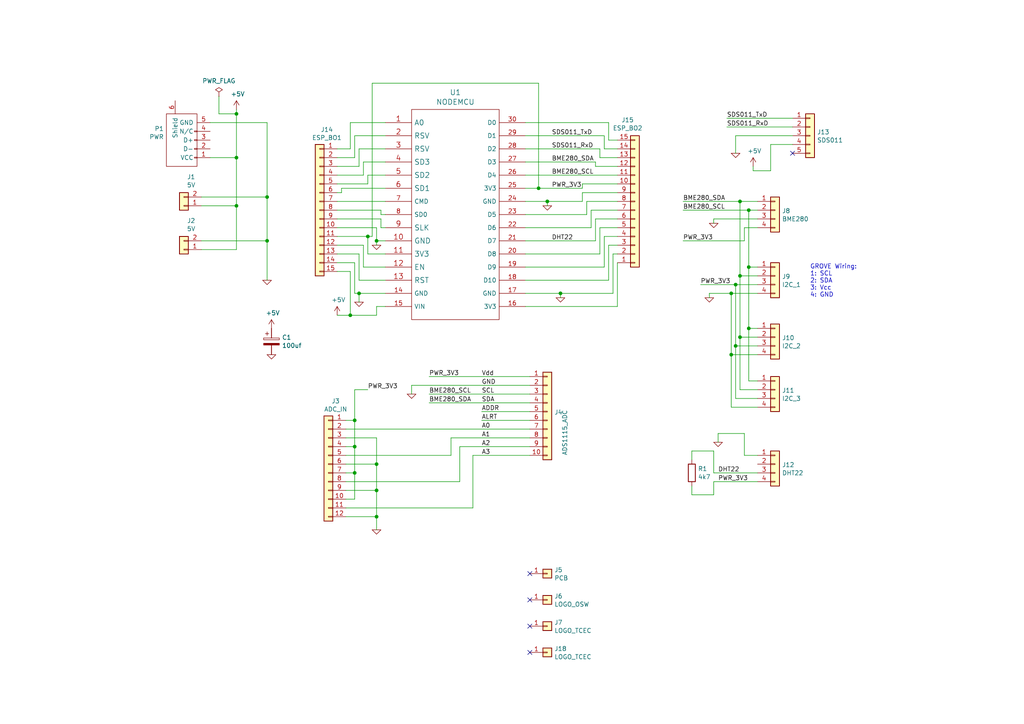
<source format=kicad_sch>
(kicad_sch (version 20211123) (generator eeschema)
  (paper "A4")
  (title_block (title "Air Quality Civil Tech Unit") (date "2023-09-07") (company "The Curious Electric Company"))
  (lib_symbols
    (symbol "Connector_Generic:Conn_01x01" (pin_names (offset 1.016) hide)
      (property "Reference" "J" (at 0 2.54 0))
      (property "Value" "Conn_01x01" (at 0 -2.54 0))
      (symbol "Conn_01x01_1_1"
        (rectangle (start -1.27 0.127) (end 0 -0.127) (stroke (width 0.1524)))
        (rectangle (start -1.27 1.27) (end 1.27 -1.27) (stroke (width 0.254)) (fill (type background)))
        (pin passive line (at -5.08 0 0) (length 3.81) (name "Pin_1") (number "1"))
      )
    )
    (symbol "Connector_Generic:Conn_01x02" (pin_names (offset 1.016) hide)
      (property "Reference" "J" (at 0 2.54 0))
      (property "Value" "Conn_01x02" (at 0 -5.08 0))
      (symbol "Conn_01x02_1_1"
        (rectangle (start -1.27 -2.413) (end 0 -2.667) (stroke (width 0.1524)))
        (rectangle (start -1.27 0.127) (end 0 -0.127) (stroke (width 0.1524)))
        (rectangle (start -1.27 1.27) (end 1.27 -3.81) (stroke (width 0.254)) (fill (type background)))
        (pin passive line (at -5.08 0 0) (length 3.81) (name "Pin_1") (number "1"))
        (pin passive line (at -5.08 -2.54 0) (length 3.81) (name "Pin_2") (number "2"))
      )
    )
    (symbol "Connector_Generic:Conn_01x04" (pin_names (offset 1.016) hide)
      (property "Reference" "J" (at 0 5.08 0))
      (property "Value" "Conn_01x04" (at 0 -7.62 0))
      (symbol "Conn_01x04_1_1"
        (rectangle (start -1.27 -4.953) (end 0 -5.207) (stroke (width 0.1524)))
        (rectangle (start -1.27 -2.413) (end 0 -2.667) (stroke (width 0.1524)))
        (rectangle (start -1.27 0.127) (end 0 -0.127) (stroke (width 0.1524)))
        (rectangle (start -1.27 2.667) (end 0 2.413) (stroke (width 0.1524)))
        (rectangle (start -1.27 3.81) (end 1.27 -6.35) (stroke (width 0.254)) (fill (type background)))
        (pin passive line (at -5.08 2.54 0) (length 3.81) (name "Pin_1") (number "1"))
        (pin passive line (at -5.08 0 0) (length 3.81) (name "Pin_2") (number "2"))
        (pin passive line (at -5.08 -2.54 0) (length 3.81) (name "Pin_3") (number "3"))
        (pin passive line (at -5.08 -5.08 0) (length 3.81) (name "Pin_4") (number "4"))
      )
    )
    (symbol "Connector_Generic:Conn_01x05" (pin_names (offset 1.016) hide)
      (property "Reference" "J" (at 0 7.62 0))
      (property "Value" "Conn_01x05" (at 0 -7.62 0))
      (symbol "Conn_01x05_1_1"
        (rectangle (start -1.27 -4.953) (end 0 -5.207) (stroke (width 0.1524)))
        (rectangle (start -1.27 -2.413) (end 0 -2.667) (stroke (width 0.1524)))
        (rectangle (start -1.27 0.127) (end 0 -0.127) (stroke (width 0.1524)))
        (rectangle (start -1.27 2.667) (end 0 2.413) (stroke (width 0.1524)))
        (rectangle (start -1.27 5.207) (end 0 4.953) (stroke (width 0.1524)))
        (rectangle (start -1.27 6.35) (end 1.27 -6.35) (stroke (width 0.254)) (fill (type background)))
        (pin passive line (at -5.08 5.08 0) (length 3.81) (name "Pin_1") (number "1"))
        (pin passive line (at -5.08 2.54 0) (length 3.81) (name "Pin_2") (number "2"))
        (pin passive line (at -5.08 0 0) (length 3.81) (name "Pin_3") (number "3"))
        (pin passive line (at -5.08 -2.54 0) (length 3.81) (name "Pin_4") (number "4"))
        (pin passive line (at -5.08 -5.08 0) (length 3.81) (name "Pin_5") (number "5"))
      )
    )
    (symbol "Connector_Generic:Conn_01x10" (pin_names (offset 1.016) hide)
      (property "Reference" "J" (at 0 12.7 0))
      (property "Value" "Conn_01x10" (at 0 -15.24 0))
      (symbol "Conn_01x10_1_1"
        (rectangle (start -1.27 -12.573) (end 0 -12.827) (stroke (width 0.1524)))
        (rectangle (start -1.27 -10.033) (end 0 -10.287) (stroke (width 0.1524)))
        (rectangle (start -1.27 -7.493) (end 0 -7.747) (stroke (width 0.1524)))
        (rectangle (start -1.27 -4.953) (end 0 -5.207) (stroke (width 0.1524)))
        (rectangle (start -1.27 -2.413) (end 0 -2.667) (stroke (width 0.1524)))
        (rectangle (start -1.27 0.127) (end 0 -0.127) (stroke (width 0.1524)))
        (rectangle (start -1.27 2.667) (end 0 2.413) (stroke (width 0.1524)))
        (rectangle (start -1.27 5.207) (end 0 4.953) (stroke (width 0.1524)))
        (rectangle (start -1.27 7.747) (end 0 7.493) (stroke (width 0.1524)))
        (rectangle (start -1.27 10.287) (end 0 10.033) (stroke (width 0.1524)))
        (rectangle (start -1.27 11.43) (end 1.27 -13.97) (stroke (width 0.254)) (fill (type background)))
        (pin passive line (at -5.08 10.16 0) (length 3.81) (name "Pin_1") (number "1"))
        (pin passive line (at -5.08 -12.7 0) (length 3.81) (name "Pin_10") (number "10"))
        (pin passive line (at -5.08 7.62 0) (length 3.81) (name "Pin_2") (number "2"))
        (pin passive line (at -5.08 5.08 0) (length 3.81) (name "Pin_3") (number "3"))
        (pin passive line (at -5.08 2.54 0) (length 3.81) (name "Pin_4") (number "4"))
        (pin passive line (at -5.08 0 0) (length 3.81) (name "Pin_5") (number "5"))
        (pin passive line (at -5.08 -2.54 0) (length 3.81) (name "Pin_6") (number "6"))
        (pin passive line (at -5.08 -5.08 0) (length 3.81) (name "Pin_7") (number "7"))
        (pin passive line (at -5.08 -7.62 0) (length 3.81) (name "Pin_8") (number "8"))
        (pin passive line (at -5.08 -10.16 0) (length 3.81) (name "Pin_9") (number "9"))
      )
    )
    (symbol "Connector_Generic:Conn_01x12" (pin_names (offset 1.016) hide)
      (property "Reference" "J" (at 0 15.24 0))
      (property "Value" "Conn_01x12" (at 0 -17.78 0))
      (symbol "Conn_01x12_1_1"
        (rectangle (start -1.27 -15.113) (end 0 -15.367) (stroke (width 0.1524)))
        (rectangle (start -1.27 -12.573) (end 0 -12.827) (stroke (width 0.1524)))
        (rectangle (start -1.27 -10.033) (end 0 -10.287) (stroke (width 0.1524)))
        (rectangle (start -1.27 -7.493) (end 0 -7.747) (stroke (width 0.1524)))
        (rectangle (start -1.27 -4.953) (end 0 -5.207) (stroke (width 0.1524)))
        (rectangle (start -1.27 -2.413) (end 0 -2.667) (stroke (width 0.1524)))
        (rectangle (start -1.27 0.127) (end 0 -0.127) (stroke (width 0.1524)))
        (rectangle (start -1.27 2.667) (end 0 2.413) (stroke (width 0.1524)))
        (rectangle (start -1.27 5.207) (end 0 4.953) (stroke (width 0.1524)))
        (rectangle (start -1.27 7.747) (end 0 7.493) (stroke (width 0.1524)))
        (rectangle (start -1.27 10.287) (end 0 10.033) (stroke (width 0.1524)))
        (rectangle (start -1.27 12.827) (end 0 12.573) (stroke (width 0.1524)))
        (rectangle (start -1.27 13.97) (end 1.27 -16.51) (stroke (width 0.254)) (fill (type background)))
        (pin passive line (at -5.08 12.7 0) (length 3.81) (name "Pin_1") (number "1"))
        (pin passive line (at -5.08 -10.16 0) (length 3.81) (name "Pin_10") (number "10"))
        (pin passive line (at -5.08 -12.7 0) (length 3.81) (name "Pin_11") (number "11"))
        (pin passive line (at -5.08 -15.24 0) (length 3.81) (name "Pin_12") (number "12"))
        (pin passive line (at -5.08 10.16 0) (length 3.81) (name "Pin_2") (number "2"))
        (pin passive line (at -5.08 7.62 0) (length 3.81) (name "Pin_3") (number "3"))
        (pin passive line (at -5.08 5.08 0) (length 3.81) (name "Pin_4") (number "4"))
        (pin passive line (at -5.08 2.54 0) (length 3.81) (name "Pin_5") (number "5"))
        (pin passive line (at -5.08 0 0) (length 3.81) (name "Pin_6") (number "6"))
        (pin passive line (at -5.08 -2.54 0) (length 3.81) (name "Pin_7") (number "7"))
        (pin passive line (at -5.08 -5.08 0) (length 3.81) (name "Pin_8") (number "8"))
        (pin passive line (at -5.08 -7.62 0) (length 3.81) (name "Pin_9") (number "9"))
      )
    )
    (symbol "Connector_Generic:Conn_01x15" (pin_names (offset 1.016) hide)
      (property "Reference" "J" (at 0 20.32 0))
      (property "Value" "Conn_01x15" (at 0 -20.32 0))
      (symbol "Conn_01x15_1_1"
        (rectangle (start -1.27 -17.653) (end 0 -17.907) (stroke (width 0.1524)))
        (rectangle (start -1.27 -15.113) (end 0 -15.367) (stroke (width 0.1524)))
        (rectangle (start -1.27 -12.573) (end 0 -12.827) (stroke (width 0.1524)))
        (rectangle (start -1.27 -10.033) (end 0 -10.287) (stroke (width 0.1524)))
        (rectangle (start -1.27 -7.493) (end 0 -7.747) (stroke (width 0.1524)))
        (rectangle (start -1.27 -4.953) (end 0 -5.207) (stroke (width 0.1524)))
        (rectangle (start -1.27 -2.413) (end 0 -2.667) (stroke (width 0.1524)))
        (rectangle (start -1.27 0.127) (end 0 -0.127) (stroke (width 0.1524)))
        (rectangle (start -1.27 2.667) (end 0 2.413) (stroke (width 0.1524)))
        (rectangle (start -1.27 5.207) (end 0 4.953) (stroke (width 0.1524)))
        (rectangle (start -1.27 7.747) (end 0 7.493) (stroke (width 0.1524)))
        (rectangle (start -1.27 10.287) (end 0 10.033) (stroke (width 0.1524)))
        (rectangle (start -1.27 12.827) (end 0 12.573) (stroke (width 0.1524)))
        (rectangle (start -1.27 15.367) (end 0 15.113) (stroke (width 0.1524)))
        (rectangle (start -1.27 17.907) (end 0 17.653) (stroke (width 0.1524)))
        (rectangle (start -1.27 19.05) (end 1.27 -19.05) (stroke (width 0.254)) (fill (type background)))
        (pin passive line (at -5.08 17.78 0) (length 3.81) (name "Pin_1") (number "1"))
        (pin passive line (at -5.08 -5.08 0) (length 3.81) (name "Pin_10") (number "10"))
        (pin passive line (at -5.08 -7.62 0) (length 3.81) (name "Pin_11") (number "11"))
        (pin passive line (at -5.08 -10.16 0) (length 3.81) (name "Pin_12") (number "12"))
        (pin passive line (at -5.08 -12.7 0) (length 3.81) (name "Pin_13") (number "13"))
        (pin passive line (at -5.08 -15.24 0) (length 3.81) (name "Pin_14") (number "14"))
        (pin passive line (at -5.08 -17.78 0) (length 3.81) (name "Pin_15") (number "15"))
        (pin passive line (at -5.08 15.24 0) (length 3.81) (name "Pin_2") (number "2"))
        (pin passive line (at -5.08 12.7 0) (length 3.81) (name "Pin_3") (number "3"))
        (pin passive line (at -5.08 10.16 0) (length 3.81) (name "Pin_4") (number "4"))
        (pin passive line (at -5.08 7.62 0) (length 3.81) (name "Pin_5") (number "5"))
        (pin passive line (at -5.08 5.08 0) (length 3.81) (name "Pin_6") (number "6"))
        (pin passive line (at -5.08 2.54 0) (length 3.81) (name "Pin_7") (number "7"))
        (pin passive line (at -5.08 0 0) (length 3.81) (name "Pin_8") (number "8"))
        (pin passive line (at -5.08 -2.54 0) (length 3.81) (name "Pin_9") (number "9"))
      )
    )
    (symbol "Device:CP" (pin_numbers hide) (pin_names (offset 0.254))
      (property "Reference" "C" (at 0.635 2.54 0))
      (property "Value" "Device_CP" (at 0.635 -2.54 0))
      (symbol "CP_0_1"
        (rectangle (start -2.286 0.508) (end 2.286 1.016))
        (polyline (pts (xy -1.778 2.286) (xy -0.762 2.286)))
        (polyline (pts (xy -1.27 2.794) (xy -1.27 1.778)))
        (rectangle (start 2.286 -0.508) (end -2.286 -1.016) (fill (type outline)))
      )
      (symbol "CP_1_1"
        (pin passive line (at 0 3.81 270) (length 2.794) (name "~") (number "1"))
        (pin passive line (at 0 -3.81 90) (length 2.794) (name "~") (number "2"))
      )
    )
    (symbol "Device:R" (pin_numbers hide) (pin_names (offset 0))
      (property "Reference" "R" (at 2.032 0 90))
      (property "Value" "R" (at 0 0 90))
      (symbol "R_0_1"
        (rectangle (start -1.016 -2.54) (end 1.016 2.54) (stroke (width 0.254)))
      )
      (symbol "R_1_1"
        (pin passive line (at 0 3.81 270) (length 1.27) (name "~") (number "1"))
        (pin passive line (at 0 -3.81 90) (length 1.27) (name "~") (number "2"))
      )
    )
    (symbol "matts_components:GND" (power) (pin_names (offset 0))
      (symbol "GND_0_1"
        (polyline (pts (xy -1.27 0) (xy 0 -1.27) (xy 1.27 0) (xy -1.27 0)))
      )
      (symbol "GND_1_1"
        (pin power_in line (at 0 0 90) (length 0) hide (name "GND") (number "1"))
      )
    )
    (symbol "matts_components:NODEMCU" (pin_names (offset 0.762))
      (property "Reference" "U" (at -1.27 2.54 0))
      (property "Value" "matts_components_NODEMCU" (at 0 -3.81 0))
      (symbol "NODEMCU_0_1"
        (rectangle (start -15.24 29.21) (end 10.16 -31.75))
      )
      (symbol "NODEMCU_1_1"
        (pin input line (at -22.86 25.4 0) (length 7.62) (name "A0") (number "1"))
        (pin output line (at -22.86 -8.89 0) (length 7.62) (name "GND") (number "10"))
        (pin output line (at -22.86 -12.7 0) (length 7.62) (name "3V3") (number "11"))
        (pin output line (at -22.86 -16.51 0) (length 7.62) (name "EN") (number "12"))
        (pin output line (at -22.86 -20.32 0) (length 7.62) (name "RST") (number "13"))
        (pin input line (at -22.86 -24.13 0) (length 7.62) (name "GND") (number "14"))
        (pin input line (at -22.86 -27.94 0) (length 7.62) (name "VIN") (number "15"))
        (pin input line (at 17.78 -27.94 180) (length 7.62) (name "3V3") (number "16"))
        (pin input line (at 17.78 -24.13 180) (length 7.62) (name "GND") (number "17"))
        (pin input line (at 17.78 -20.32 180) (length 7.62) (name "D10") (number "18"))
        (pin input line (at 17.78 -16.51 180) (length 7.62) (name "D9") (number "19"))
        (pin input line (at -22.86 21.59 0) (length 7.62) (name "RSV") (number "2"))
        (pin input line (at 17.78 -12.7 180) (length 7.62) (name "D8") (number "20"))
        (pin input line (at 17.78 -8.89 180) (length 7.62) (name "D7") (number "21"))
        (pin input line (at 17.78 -5.08 180) (length 7.62) (name "D6") (number "22"))
        (pin input line (at 17.78 -1.27 180) (length 7.62) (name "D5") (number "23"))
        (pin input line (at 17.78 2.54 180) (length 7.62) (name "GND") (number "24"))
        (pin input line (at 17.78 6.35 180) (length 7.62) (name "3V3") (number "25"))
        (pin input line (at 17.78 10.16 180) (length 7.62) (name "D4") (number "26"))
        (pin input line (at 17.78 13.97 180) (length 7.62) (name "D3") (number "27"))
        (pin input line (at 17.78 17.78 180) (length 7.62) (name "D2") (number "28"))
        (pin input line (at 17.78 21.59 180) (length 7.62) (name "D1") (number "29"))
        (pin output line (at -22.86 17.78 0) (length 7.62) (name "RSV") (number "3"))
        (pin input line (at 17.78 25.4 180) (length 7.62) (name "D0") (number "30"))
        (pin output line (at -22.86 13.97 0) (length 7.62) (name "SD3") (number "4"))
        (pin output line (at -22.86 10.16 0) (length 7.62) (name "SD2") (number "5"))
        (pin output line (at -22.86 6.35 0) (length 7.62) (name "SD1") (number "6"))
        (pin input line (at -22.86 2.54 0) (length 7.62) (name "CMD") (number "7"))
        (pin input line (at -22.86 -1.27 0) (length 7.62) (name "SD0") (number "8"))
        (pin output line (at -22.86 -5.08 0) (length 7.62) (name "SLK") (number "9"))
      )
    )
    (symbol "matts_components:USB_Micro" (pin_names (offset 1.016))
      (property "Reference" "P" (at 8.89 -6.35 0))
      (property "Value" "matts_components_USB_Micro" (at 0 6.35 0))
      (symbol "USB_Micro_0_1"
        (rectangle (start -5.207 -3.81) (end -4.953 -3.048))
        (rectangle (start -2.667 -3.81) (end -2.413 -3.048))
        (rectangle (start -0.127 -3.81) (end 0.127 -3.048))
        (rectangle (start 2.413 -3.81) (end 2.667 -3.048))
        (rectangle (start 7.62 -3.81) (end -7.62 5.08))
      )
      (symbol "USB_Micro_1_1"
        (pin power_out line (at -5.08 -7.62 90) (length 3.81) (name "VCC") (number "1"))
        (pin passive line (at -2.54 -7.62 90) (length 3.81) (name "D-") (number "2"))
        (pin passive line (at 0 -7.62 90) (length 3.81) (name "D+") (number "3"))
        (pin power_in line (at 2.54 -7.62 90) (length 3.81) (name "N/C") (number "4"))
        (pin passive line (at 5.08 -7.62 90) (length 3.81) (name "GND") (number "5"))
        (pin passive line (at 11.43 2.54 180) (length 3.81) (name "Shield") (number "6"))
      )
    )
    (symbol "power:+5V" (power) (pin_names (offset 0))
      (property "Value" "+5V" (at 0 3.556 0))
      (symbol "+5V_0_1"
        (polyline (pts (xy -0.762 1.27) (xy 0 2.54)))
        (polyline (pts (xy 0 0) (xy 0 2.54)))
        (polyline (pts (xy 0 2.54) (xy 0.762 1.27)))
      )
      (symbol "+5V_1_1"
        (pin power_in line (at 0 0 90) (length 0) hide (name "+5V") (number "1"))
      )
    )
    (symbol "power:PWR_FLAG" (power) (pin_numbers hide) (pin_names (offset 0) hide)
      (property "Value" "PWR_FLAG" (at 0 3.81 0))
      (symbol "PWR_FLAG_0_0"
        (pin power_out line (at 0 0 90) (length 0) (name "pwr") (number "1"))
      )
      (symbol "PWR_FLAG_0_1"
        (polyline (pts (xy 0 0) (xy 0 1.27) (xy -1.016 1.905) (xy 0 2.54) (xy 1.016 1.905) (xy 0 1.27)))
      )
    )
  )
  (junction (at 102.87 137.16))
  (junction (at 158.75 58.42))
  (junction (at 77.47 57.15))
  (junction (at 214.63 80.01))
  (junction (at 109.22 69.85))
  (junction (at 109.22 134.62))
  (junction (at 217.17 77.47))
  (junction (at 162.56 85.09))
  (junction (at 68.58 45.72))
  (junction (at 213.36 82.55))
  (junction (at 212.09 85.09))
  (junction (at 109.22 149.86))
  (junction (at 217.17 95.25))
  (junction (at 102.87 129.54))
  (junction (at 77.47 69.85))
  (junction (at 102.87 121.92))
  (junction (at 213.36 100.33))
  (junction (at 214.63 97.79))
  (junction (at 68.58 33.02))
  (junction (at 156.21 54.61))
  (junction (at 101.6 91.44))
  (junction (at 212.09 102.87))
  (junction (at 217.17 60.96))
  (junction (at 106.68 68.58))
  (junction (at 104.14 85.09))
  (junction (at 68.58 59.69))
  (junction (at 109.22 142.24))
  (junction (at 214.63 58.42))
  (no_connect (at 153.67 189.23))
  (no_connect (at 153.67 173.99))
  (no_connect (at 153.67 166.37))
  (no_connect (at 153.67 181.61))
  (no_connect (at 229.87 44.45))
  (wire (pts (xy 156.21 24.13) (xy 156.21 54.61)))
  (wire (pts (xy 106.68 68.58) (xy 106.68 73.66)))
  (wire (pts (xy 152.4 81.28) (xy 176.53 81.28)))
  (wire (pts (xy 152.4 62.23) (xy 170.18 62.23)))
  (wire (pts (xy 229.87 34.29) (xy 210.82 34.29)))
  (wire (pts (xy 139.7 119.38) (xy 153.67 119.38)))
  (wire (pts (xy 109.22 88.9) (xy 111.76 88.9)))
  (wire (pts (xy 104.14 43.18) (xy 111.76 43.18)))
  (wire (pts (xy 172.72 46.99) (xy 172.72 48.26)))
  (wire (pts (xy 173.99 45.72) (xy 179.07 45.72)))
  (wire (pts (xy 207.01 63.5) (xy 207.01 64.77)))
  (wire (pts (xy 110.49 63.5) (xy 110.49 66.04)))
  (wire (pts (xy 77.47 35.56) (xy 77.47 57.15)))
  (wire (pts (xy 119.38 111.76) (xy 153.67 111.76)))
  (wire (pts (xy 198.12 60.96) (xy 217.17 60.96)))
  (wire (pts (xy 177.8 85.09) (xy 177.8 73.66)))
  (wire (pts (xy 100.33 147.32) (xy 137.16 147.32)))
  (wire (pts (xy 203.2 82.55) (xy 213.36 82.55)))
  (wire (pts (xy 219.71 110.49) (xy 217.17 110.49)))
  (wire (pts (xy 100.33 129.54) (xy 102.87 129.54)))
  (wire (pts (xy 111.76 85.09) (xy 104.14 85.09)))
  (wire (pts (xy 124.46 109.22) (xy 153.67 109.22)))
  (wire (pts (xy 179.07 40.64) (xy 176.53 40.64)))
  (wire (pts (xy 109.22 127) (xy 100.33 127)))
  (wire (pts (xy 77.47 69.85) (xy 77.47 81.28)))
  (wire (pts (xy 102.87 39.37) (xy 102.87 45.72)))
  (wire (pts (xy 106.68 73.66) (xy 111.76 73.66)))
  (wire (pts (xy 152.4 39.37) (xy 175.26 39.37)))
  (wire (pts (xy 133.35 129.54) (xy 133.35 139.7)))
  (wire (pts (xy 111.76 46.99) (xy 105.41 46.99)))
  (wire (pts (xy 104.14 81.28) (xy 111.76 81.28)))
  (wire (pts (xy 68.58 59.69) (xy 68.58 72.39)))
  (wire (pts (xy 223.52 41.91) (xy 229.87 41.91)))
  (wire (pts (xy 100.33 149.86) (xy 109.22 149.86)))
  (wire (pts (xy 219.71 63.5) (xy 207.01 63.5)))
  (wire (pts (xy 68.58 33.02) (xy 68.58 45.72)))
  (wire (pts (xy 173.99 73.66) (xy 173.99 66.04)))
  (wire (pts (xy 109.22 66.04) (xy 109.22 69.85)))
  (wire (pts (xy 162.56 85.09) (xy 177.8 85.09)))
  (wire (pts (xy 97.79 58.42) (xy 111.76 58.42)))
  (wire (pts (xy 214.63 97.79) (xy 219.71 97.79)))
  (wire (pts (xy 214.63 80.01) (xy 214.63 58.42)))
  (wire (pts (xy 152.4 50.8) (xy 179.07 50.8)))
  (wire (pts (xy 100.33 139.7) (xy 133.35 139.7)))
  (wire (pts (xy 105.41 71.12) (xy 105.41 77.47)))
  (wire (pts (xy 102.87 45.72) (xy 97.79 45.72)))
  (wire (pts (xy 97.79 63.5) (xy 110.49 63.5)))
  (wire (pts (xy 215.9 69.85) (xy 215.9 66.04)))
  (wire (pts (xy 110.49 62.23) (xy 111.76 62.23)))
  (wire (pts (xy 111.76 54.61) (xy 99.06 54.61)))
  (wire (pts (xy 97.79 66.04) (xy 109.22 66.04)))
  (wire (pts (xy 101.6 43.18) (xy 101.6 35.56)))
  (wire (pts (xy 109.22 149.86) (xy 109.22 142.24)))
  (wire (pts (xy 102.87 113.03) (xy 106.68 113.03)))
  (wire (pts (xy 212.09 118.11) (xy 219.71 118.11)))
  (wire (pts (xy 175.26 43.18) (xy 179.07 43.18)))
  (wire (pts (xy 58.42 69.85) (xy 77.47 69.85)))
  (wire (pts (xy 217.17 110.49) (xy 217.17 95.25)))
  (wire (pts (xy 214.63 113.03) (xy 219.71 113.03)))
  (wire (pts (xy 102.87 144.78) (xy 102.87 137.16)))
  (wire (pts (xy 105.41 46.99) (xy 105.41 50.8)))
  (wire (pts (xy 109.22 142.24) (xy 109.22 134.62)))
  (wire (pts (xy 100.33 142.24) (xy 109.22 142.24)))
  (wire (pts (xy 223.52 49.53) (xy 223.52 41.91)))
  (wire (pts (xy 111.76 69.85) (xy 109.22 69.85)))
  (wire (pts (xy 170.18 58.42) (xy 179.07 58.42)))
  (wire (pts (xy 137.16 132.08) (xy 137.16 147.32)))
  (wire (pts (xy 172.72 48.26) (xy 179.07 48.26)))
  (wire (pts (xy 217.17 77.47) (xy 217.17 60.96)))
  (wire (pts (xy 219.71 102.87) (xy 212.09 102.87)))
  (wire (pts (xy 100.33 137.16) (xy 102.87 137.16)))
  (wire (pts (xy 212.09 85.09) (xy 212.09 102.87)))
  (wire (pts (xy 100.33 134.62) (xy 109.22 134.62)))
  (wire (pts (xy 217.17 95.25) (xy 217.17 77.47)))
  (wire (pts (xy 152.4 88.9) (xy 179.07 88.9)))
  (wire (pts (xy 152.4 66.04) (xy 171.45 66.04)))
  (wire (pts (xy 68.58 72.39) (xy 58.42 72.39)))
  (wire (pts (xy 200.66 140.97) (xy 200.66 143.51)))
  (wire (pts (xy 217.17 60.96) (xy 219.71 60.96)))
  (wire (pts (xy 219.71 100.33) (xy 213.36 100.33)))
  (wire (pts (xy 97.79 68.58) (xy 106.68 68.58)))
  (wire (pts (xy 200.66 130.81) (xy 200.66 133.35)))
  (wire (pts (xy 168.91 55.88) (xy 179.07 55.88)))
  (wire (pts (xy 152.4 85.09) (xy 162.56 85.09)))
  (wire (pts (xy 175.26 39.37) (xy 175.26 43.18)))
  (wire (pts (xy 101.6 78.74) (xy 101.6 91.44)))
  (wire (pts (xy 152.4 69.85) (xy 172.72 69.85)))
  (wire (pts (xy 158.75 58.42) (xy 168.91 58.42)))
  (wire (pts (xy 229.87 36.83) (xy 210.82 36.83)))
  (wire (pts (xy 218.44 49.53) (xy 223.52 49.53)))
  (wire (pts (xy 119.38 111.76) (xy 119.38 114.3)))
  (wire (pts (xy 205.74 86.36) (xy 205.74 85.09)))
  (wire (pts (xy 213.36 100.33) (xy 213.36 115.57)))
  (wire (pts (xy 111.76 39.37) (xy 102.87 39.37)))
  (wire (pts (xy 207.01 143.51) (xy 207.01 139.7)))
  (wire (pts (xy 99.06 54.61) (xy 99.06 55.88)))
  (wire (pts (xy 168.91 53.34) (xy 168.91 54.61)))
  (wire (pts (xy 60.96 35.56) (xy 77.47 35.56)))
  (wire (pts (xy 179.07 88.9) (xy 179.07 76.2)))
  (wire (pts (xy 63.5 33.02) (xy 68.58 33.02)))
  (wire (pts (xy 100.33 144.78) (xy 102.87 144.78)))
  (wire (pts (xy 133.35 129.54) (xy 153.67 129.54)))
  (wire (pts (xy 104.14 85.09) (xy 104.14 87.63)))
  (wire (pts (xy 104.14 73.66) (xy 104.14 81.28)))
  (wire (pts (xy 97.79 91.44) (xy 101.6 91.44)))
  (wire (pts (xy 198.12 69.85) (xy 215.9 69.85)))
  (wire (pts (xy 152.4 73.66) (xy 173.99 73.66)))
  (wire (pts (xy 175.26 68.58) (xy 179.07 68.58)))
  (wire (pts (xy 99.06 55.88) (xy 97.79 55.88)))
  (wire (pts (xy 175.26 77.47) (xy 175.26 68.58)))
  (wire (pts (xy 215.9 66.04) (xy 219.71 66.04)))
  (wire (pts (xy 105.41 50.8) (xy 97.79 50.8)))
  (wire (pts (xy 207.01 137.16) (xy 219.71 137.16)))
  (wire (pts (xy 100.33 132.08) (xy 130.81 132.08)))
  (wire (pts (xy 172.72 69.85) (xy 172.72 63.5)))
  (wire (pts (xy 208.28 128.27) (xy 208.28 125.73)))
  (wire (pts (xy 124.46 114.3) (xy 153.67 114.3)))
  (wire (pts (xy 105.41 77.47) (xy 111.76 77.47)))
  (wire (pts (xy 176.53 71.12) (xy 176.53 81.28)))
  (wire (pts (xy 130.81 127) (xy 130.81 132.08)))
  (wire (pts (xy 219.71 80.01) (xy 214.63 80.01)))
  (wire (pts (xy 152.4 58.42) (xy 158.75 58.42)))
  (wire (pts (xy 102.87 129.54) (xy 102.87 121.92)))
  (wire (pts (xy 101.6 91.44) (xy 109.22 91.44)))
  (wire (pts (xy 200.66 143.51) (xy 207.01 143.51)))
  (wire (pts (xy 213.36 39.37) (xy 213.36 44.45)))
  (wire (pts (xy 106.68 68.58) (xy 107.95 68.58)))
  (wire (pts (xy 173.99 66.04) (xy 179.07 66.04)))
  (wire (pts (xy 109.22 153.67) (xy 109.22 149.86)))
  (wire (pts (xy 77.47 57.15) (xy 77.47 69.85)))
  (wire (pts (xy 229.87 39.37) (xy 213.36 39.37)))
  (wire (pts (xy 60.96 45.72) (xy 68.58 45.72)))
  (wire (pts (xy 176.53 40.64) (xy 176.53 35.56)))
  (wire (pts (xy 152.4 43.18) (xy 173.99 43.18)))
  (wire (pts (xy 97.79 71.12) (xy 105.41 71.12)))
  (wire (pts (xy 97.79 43.18) (xy 101.6 43.18)))
  (wire (pts (xy 207.01 130.81) (xy 200.66 130.81)))
  (wire (pts (xy 68.58 45.72) (xy 68.58 59.69)))
  (wire (pts (xy 214.63 97.79) (xy 214.63 113.03)))
  (wire (pts (xy 100.33 121.92) (xy 102.87 121.92)))
  (wire (pts (xy 104.14 48.26) (xy 104.14 43.18)))
  (wire (pts (xy 107.95 24.13) (xy 156.21 24.13)))
  (wire (pts (xy 205.74 85.09) (xy 212.09 85.09)))
  (wire (pts (xy 152.4 77.47) (xy 175.26 77.47)))
  (wire (pts (xy 106.68 53.34) (xy 97.79 53.34)))
  (wire (pts (xy 68.58 31.75) (xy 68.58 33.02)))
  (wire (pts (xy 102.87 137.16) (xy 102.87 129.54)))
  (wire (pts (xy 152.4 46.99) (xy 172.72 46.99)))
  (wire (pts (xy 171.45 66.04) (xy 171.45 60.96)))
  (wire (pts (xy 172.72 63.5) (xy 179.07 63.5)))
  (wire (pts (xy 156.21 54.61) (xy 168.91 54.61)))
  (wire (pts (xy 212.09 85.09) (xy 219.71 85.09)))
  (wire (pts (xy 213.36 82.55) (xy 219.71 82.55)))
  (wire (pts (xy 214.63 58.42) (xy 219.71 58.42)))
  (wire (pts (xy 198.12 58.42) (xy 214.63 58.42)))
  (wire (pts (xy 208.28 125.73) (xy 215.9 125.73)))
  (wire (pts (xy 63.5 27.94) (xy 63.5 33.02)))
  (wire (pts (xy 213.36 82.55) (xy 213.36 100.33)))
  (wire (pts (xy 177.8 73.66) (xy 179.07 73.66)))
  (wire (pts (xy 219.71 95.25) (xy 217.17 95.25)))
  (wire (pts (xy 97.79 60.96) (xy 110.49 60.96)))
  (wire (pts (xy 215.9 125.73) (xy 215.9 132.08)))
  (wire (pts (xy 97.79 78.74) (xy 101.6 78.74)))
  (wire (pts (xy 107.95 68.58) (xy 107.95 24.13)))
  (wire (pts (xy 110.49 66.04) (xy 111.76 66.04)))
  (wire (pts (xy 109.22 69.85) (xy 109.22 71.12)))
  (wire (pts (xy 109.22 91.44) (xy 109.22 88.9)))
  (wire (pts (xy 97.79 48.26) (xy 104.14 48.26)))
  (wire (pts (xy 109.22 134.62) (xy 109.22 127)))
  (wire (pts (xy 124.46 116.84) (xy 153.67 116.84)))
  (wire (pts (xy 158.75 58.42) (xy 158.75 59.69)))
  (wire (pts (xy 213.36 115.57) (xy 219.71 115.57)))
  (wire (pts (xy 97.79 73.66) (xy 104.14 73.66)))
  (wire (pts (xy 176.53 35.56) (xy 152.4 35.56)))
  (wire (pts (xy 102.87 76.2) (xy 102.87 85.09)))
  (wire (pts (xy 207.01 139.7) (xy 219.71 139.7)))
  (wire (pts (xy 137.16 132.08) (xy 153.67 132.08)))
  (wire (pts (xy 176.53 71.12) (xy 179.07 71.12)))
  (wire (pts (xy 207.01 137.16) (xy 207.01 130.81)))
  (wire (pts (xy 168.91 53.34) (xy 179.07 53.34)))
  (wire (pts (xy 173.99 43.18) (xy 173.99 45.72)))
  (wire (pts (xy 110.49 60.96) (xy 110.49 62.23)))
  (wire (pts (xy 111.76 50.8) (xy 106.68 50.8)))
  (wire (pts (xy 162.56 85.09) (xy 162.56 86.36)))
  (wire (pts (xy 102.87 85.09) (xy 104.14 85.09)))
  (wire (pts (xy 102.87 121.92) (xy 102.87 113.03)))
  (wire (pts (xy 168.91 58.42) (xy 168.91 55.88)))
  (wire (pts (xy 97.79 76.2) (xy 102.87 76.2)))
  (wire (pts (xy 215.9 132.08) (xy 219.71 132.08)))
  (wire (pts (xy 100.33 124.46) (xy 153.67 124.46)))
  (wire (pts (xy 58.42 59.69) (xy 68.58 59.69)))
  (wire (pts (xy 218.44 48.26) (xy 218.44 49.53)))
  (wire (pts (xy 58.42 57.15) (xy 77.47 57.15)))
  (wire (pts (xy 101.6 35.56) (xy 111.76 35.56)))
  (wire (pts (xy 152.4 54.61) (xy 156.21 54.61)))
  (wire (pts (xy 219.71 77.47) (xy 217.17 77.47)))
  (wire (pts (xy 106.68 50.8) (xy 106.68 53.34)))
  (wire (pts (xy 130.81 127) (xy 153.67 127)))
  (wire (pts (xy 214.63 80.01) (xy 214.63 97.79)))
  (wire (pts (xy 212.09 102.87) (xy 212.09 118.11)))
  (wire (pts (xy 171.45 60.96) (xy 179.07 60.96)))
  (wire (pts (xy 153.67 121.92) (xy 139.7 121.92)))
  (wire (pts (xy 170.18 62.23) (xy 170.18 58.42)))
  (text "GROVE Wiring:\n1: SCL\n2: SDA\n3: Vcc\n4: GND\n" (at 234.95 86.36 0) (effects (font (size 1.27 1.27)) (justify left bottom)))
  (label "SDA" (at 139.7 116.84 0))
  (label "ALRT" (at 139.7 121.92 0))
  (label "A1" (at 139.7 127 0))
  (label "PWR_3V3" (at 160.02 54.61 0))
  (label "BME280_SDA" (at 198.12 58.42 0))
  (label "BME280_SDA" (at 124.46 116.84 0))
  (label "BME280_SCL" (at 160.02 50.8 0))
  (label "PWR_3V3" (at 124.46 109.22 0))
  (label "SCL" (at 139.7 114.3 0))
  (label "DHT22" (at 208.28 137.16 0))
  (label "BME280_SCL" (at 198.12 60.96 0))
  (label "DHT22" (at 160.02 69.85 0))
  (label "PWR_3V3" (at 198.12 69.85 0))
  (label "SDS011_TxD" (at 210.82 34.29 0))
  (label "PWR_3V3" (at 208.28 139.7 0))
  (label "SDS011_TxD" (at 160.02 39.37 0))
  (label "GND" (at 139.7 111.76 0))
  (label "SDS011_RxD" (at 160.02 43.18 0))
  (label "PWR_3V3" (at 106.68 113.03 0))
  (label "Vdd" (at 139.7 109.22 0))
  (label "A0" (at 139.7 124.46 0))
  (label "BME280_SDA" (at 160.02 46.99 0))
  (label "BME280_SCL" (at 124.46 114.3 0))
  (label "PWR_3V3" (at 203.2 82.55 0))
  (label "A2" (at 139.7 129.54 0))
  (label "SDS011_RxD" (at 210.82 36.83 0))
  (label "ADDR" (at 139.7 119.38 0))
  (label "A3" (at 139.7 132.08 0))
  (symbol (lib_id "matts_components:NODEMCU") (at 134.62 60.96 0) (unit 1)
    (property "Reference" "U1" (at 132.08 26.797 0) (effects (font (size 1.524 1.524))))
    (property "Value" "NODEMCU" (at 132.08 29.591 0) (effects (font (size 1.524 1.524))))
    (property "Footprint" "REInnovationFootprint:NodeMCU_Amica_R2_FSILK" (effects hide))
  )
  (symbol (lib_id "power:PWR_FLAG") (at 63.5 27.94 0) (unit 1)
    (property "Reference" "#FLG01" (effects hide))
    (property "Value" "PWR_FLAG" (at 63.5 23.4696 0))
  )
  (symbol (lib_id "Connector_Generic:Conn_01x05") (at 234.95 39.37 0) (unit 1)
    (property "Reference" "J13" (at 236.982 38.3032 0) (effects (justify left)))
    (property "Value" "SDS011" (at 236.982 40.6654 0) (effects (justify left)))
    (property "Footprint" "REInnovationFootprint:SIL-5_JST_5WAY_labelled" (effects hide))
  )
  (symbol (lib_id "Connector_Generic:Conn_01x04") (at 224.79 60.96 0) (unit 1)
    (property "Reference" "J8" (at 226.822 61.1632 0) (effects (justify left)))
    (property "Value" "BME280" (at 226.822 63.5254 0) (effects (justify left)))
    (property "Footprint" "REInnovationFootprint:SIL-4_large_pad_BME280" (effects hide))
  )
  (symbol (lib_id "Connector_Generic:Conn_01x02") (at 53.34 59.69 180) (unit 1)
    (property "Reference" "J1" (at 55.4482 51.308 0))
    (property "Value" "5V" (at 55.4482 53.6702 0))
    (property "Footprint" "REInnovationFootprint:DC_Power_2_1" (effects hide))
  )
  (symbol (lib_id "Connector_Generic:Conn_01x02") (at 53.34 72.39 180) (unit 1)
    (property "Reference" "J2" (at 55.4482 64.008 0))
    (property "Value" "5V" (at 55.4482 66.3702 0))
    (property "Footprint" "REInnovationFootprint:SIL-2_screw_terminal" (effects hide))
  )
  (symbol (lib_id "matts_components:USB_Micro") (at 53.34 40.64 90) (unit 1)
    (property "Reference" "P1" (at 47.5234 37.338 90) (effects (justify left)))
    (property "Value" "PWR" (at 47.5234 39.7002 90) (effects (justify left)))
    (property "Footprint" "REInnovationFootprint:USB_Micro-B_MOLEX_47642-0001" (effects hide))
  )
  (symbol (lib_id "matts_components:GND") (at 104.14 87.63 0) (unit 1)
    (property "Reference" "#PWR05" (effects hide))
    (property "Value" "GND" (effects hide))
  )
  (symbol (lib_id "Connector_Generic:Conn_01x01") (at 158.75 166.37 0) (unit 1)
    (property "Reference" "J5" (at 160.782 165.3032 0) (effects (justify left)))
    (property "Value" "PCB" (at 160.782 167.6654 0) (effects (justify left)))
    (property "Footprint" "REInnovationFootprint:PCB_LuftDaten_70x70" (effects hide))
  )
  (symbol (lib_id "Connector_Generic:Conn_01x01") (at 158.75 173.99 0) (unit 1)
    (property "Reference" "J6" (at 160.782 172.9232 0) (effects (justify left)))
    (property "Value" "LOGO_OSW" (at 160.782 175.2854 0) (effects (justify left)))
    (property "Footprint" "REInnovationFootprint:OSHW_logo_small_back" (effects hide))
  )
  (symbol (lib_id "Connector_Generic:Conn_01x01") (at 158.75 181.61 0) (unit 1)
    (property "Reference" "J7" (at 160.782 180.5432 0) (effects (justify left)))
    (property "Value" "LOGO_TCEC" (at 160.782 182.9054 0) (effects (justify left)))
    (property "Footprint" "CuriousElectric3:TCEC_Words_13mm" (effects hide))
  )
  (symbol (lib_id "power:+5V") (at 218.44 48.26 0) (unit 1)
    (property "Reference" "#PWR013" (effects hide))
    (property "Value" "+5V" (at 218.821 43.7896 0))
  )
  (symbol (lib_id "power:+5V") (at 68.58 31.75 0) (unit 1)
    (property "Reference" "#PWR01" (effects hide))
    (property "Value" "+5V" (at 68.961 27.2796 0))
  )
  (symbol (lib_id "matts_components:GND") (at 77.47 81.28 0) (unit 1)
    (property "Reference" "#PWR02" (effects hide))
    (property "Value" "GND" (effects hide))
  )
  (symbol (lib_id "matts_components:GND") (at 207.01 64.77 0) (unit 1)
    (property "Reference" "#PWR011" (effects hide))
    (property "Value" "GND" (effects hide))
  )
  (symbol (lib_id "matts_components:GND") (at 213.36 44.45 0) (unit 1)
    (property "Reference" "#PWR014" (effects hide))
    (property "Value" "GND" (effects hide))
  )
  (symbol (lib_id "matts_components:GND") (at 162.56 86.36 0) (unit 1)
    (property "Reference" "#PWR09" (effects hide))
    (property "Value" "GND" (effects hide))
  )
  (symbol (lib_id "matts_components:GND") (at 109.22 71.12 0) (unit 1)
    (property "Reference" "#PWR04" (effects hide))
    (property "Value" "GND" (effects hide))
  )
  (symbol (lib_id "matts_components:GND") (at 158.75 59.69 0) (unit 1)
    (property "Reference" "#PWR08" (effects hide))
    (property "Value" "GND" (effects hide))
  )
  (symbol (lib_id "power:+5V") (at 97.79 91.44 0) (unit 1)
    (property "Reference" "#PWR03" (effects hide))
    (property "Value" "+5V" (at 98.171 86.9696 0))
  )
  (symbol (lib_id "Connector_Generic:Conn_01x15") (at 92.71 60.96 0) (mirror y) (unit 1)
    (property "Reference" "J14" (at 94.8182 37.592 0))
    (property "Value" "ESP_BO1" (at 94.8182 39.9542 0))
    (property "Footprint" "Connector_PinSocket_2.54mm:PinSocket_1x15_P2.54mm_Vertical" (effects hide))
  )
  (symbol (lib_id "Connector_Generic:Conn_01x15") (at 184.15 58.42 0) (mirror x) (unit 1)
    (property "Reference" "J15" (at 182.0418 34.798 0))
    (property "Value" "ESP_BO2" (at 182.0418 37.1602 0))
    (property "Footprint" "Connector_PinSocket_2.54mm:PinSocket_1x15_P2.54mm_Vertical" (effects hide))
  )
  (symbol (lib_id "Connector_Generic:Conn_01x04") (at 224.79 80.01 0) (unit 1)
    (property "Reference" "J9" (at 226.822 80.2132 0) (effects (justify left)))
    (property "Value" "I2C_1" (at 226.822 82.5754 0) (effects (justify left)))
    (property "Footprint" "REInnovationFootprint:SIL-4_Grove_Labelled" (effects hide))
  )
  (symbol (lib_id "Connector_Generic:Conn_01x04") (at 224.79 97.79 0) (unit 1)
    (property "Reference" "J10" (at 226.822 97.9932 0) (effects (justify left)))
    (property "Value" "I2C_2" (at 226.822 100.3554 0) (effects (justify left)))
    (property "Footprint" "REInnovationFootprint:SIL-4_Grove_Labelled" (effects hide))
  )
  (symbol (lib_id "Connector_Generic:Conn_01x04") (at 224.79 113.03 0) (unit 1)
    (property "Reference" "J11" (at 226.822 113.2332 0) (effects (justify left)))
    (property "Value" "I2C_3" (at 226.822 115.5954 0) (effects (justify left)))
    (property "Footprint" "REInnovationFootprint:SIL-4_Grove_Labelled" (effects hide))
  )
  (symbol (lib_id "Device:R") (at 200.66 137.16 0) (unit 1)
    (property "Reference" "R1" (at 202.438 135.9662 0) (effects (justify left)))
    (property "Value" "4k7" (at 202.438 138.3284 0) (effects (justify left)))
    (property "Footprint" "REInnovationFootprint:TH_Resistor_1" (effects hide))
  )
  (symbol (lib_id "Connector_Generic:Conn_01x04") (at 224.79 134.62 0) (unit 1)
    (property "Reference" "J12" (at 226.822 134.8232 0) (effects (justify left)))
    (property "Value" "DHT22" (at 226.822 137.1854 0) (effects (justify left)))
    (property "Footprint" "REInnovationFootprint:SIL-4_large_pad_DHT22" (effects hide))
  )
  (symbol (lib_id "matts_components:GND") (at 208.28 128.27 0) (unit 1)
    (property "Reference" "#PWR012" (effects hide))
    (property "Value" "GND" (effects hide))
  )
  (symbol (lib_id "matts_components:GND") (at 205.74 86.36 0) (unit 1)
    (property "Reference" "#PWR010" (effects hide))
    (property "Value" "GND" (effects hide))
  )
  (symbol (lib_id "Connector_Generic:Conn_01x10") (at 158.75 119.38 0) (unit 1)
    (property "Reference" "J4" (at 160.782 119.5832 0) (effects (justify left)))
    (property "Value" "ADS1115_ADC" (at 163.83 132.08 90) (effects (justify left)))
    (property "Footprint" "REInnovationFootprint:ADAFRUIT_ADS1115" (effects hide))
  )
  (symbol (lib_id "matts_components:GND") (at 119.38 114.3 0) (unit 1)
    (property "Reference" "#PWR06" (effects hide))
    (property "Value" "GND" (effects hide))
  )
  (symbol (lib_id "power:+5V") (at 78.74 95.25 0) (unit 1)
    (property "Reference" "#PWR0101" (effects hide))
    (property "Value" "+5V" (at 79.121 90.7796 0))
  )
  (symbol (lib_id "matts_components:GND") (at 78.74 102.87 0) (unit 1)
    (property "Reference" "#PWR0102" (effects hide))
    (property "Value" "GND" (effects hide))
  )
  (symbol (lib_id "Device:CP") (at 78.74 99.06 0) (unit 1)
    (property "Reference" "C1" (at 81.788 97.8662 0) (effects (justify left)))
    (property "Value" "100uf" (at 81.788 100.2284 0) (effects (justify left)))
    (property "Footprint" "REInnovationFootprint:C_Radial_D6.3_L11.2_P2.5" (effects hide))
  )
  (symbol (lib_id "matts_components:GND") (at 109.22 153.67 0) (unit 1)
    (property "Reference" "#PWR07" (effects hide))
    (property "Value" "GND" (effects hide))
  )
  (symbol (lib_id "Connector_Generic:Conn_01x01") (at 158.75 189.23 0) (unit 1)
    (property "Reference" "J18" (at 160.782 188.1632 0) (effects (justify left)))
    (property "Value" "LOGO_TCEC" (at 160.782 190.5254 0) (effects (justify left)))
    (property "Footprint" "CuriousElectric3:2019_011_16_CuriousElectricCompany_Logo_Round_Logo_No_words_KiCAD_10mm_PCBLogo" (effects hide))
  )
  (symbol (lib_id "Connector_Generic:Conn_01x12") (at 95.25 134.62 0) (mirror y) (unit 1)
    (property "Reference" "J3" (at 97.3582 116.332 0))
    (property "Value" "ADC_IN" (at 97.3582 118.6942 0))
    (property "Footprint" "REInnovationFootprint:PinSocket_1x12_P2.54mm_Vertical_Labelled" (effects hide))
  )
)
</source>
